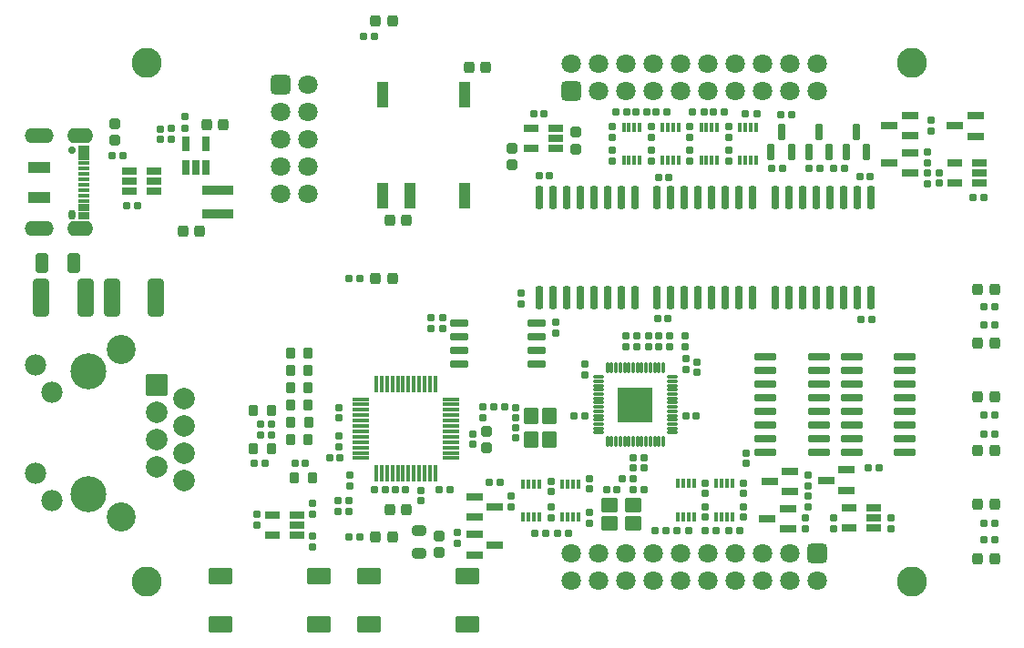
<source format=gbr>
%TF.GenerationSoftware,KiCad,Pcbnew,(5.99.0-11707-g9aa9857685)*%
%TF.CreationDate,2021-10-10T10:39:49+03:00*%
%TF.ProjectId,RubyLink_revA,52756279-4c69-46e6-9b5f-726576412e6b,rev?*%
%TF.SameCoordinates,Original*%
%TF.FileFunction,Soldermask,Top*%
%TF.FilePolarity,Negative*%
%FSLAX46Y46*%
G04 Gerber Fmt 4.6, Leading zero omitted, Abs format (unit mm)*
G04 Created by KiCad (PCBNEW (5.99.0-11707-g9aa9857685)) date 2021-10-10 10:39:49*
%MOMM*%
%LPD*%
G01*
G04 APERTURE LIST*
G04 Aperture macros list*
%AMRoundRect*
0 Rectangle with rounded corners*
0 $1 Rounding radius*
0 $2 $3 $4 $5 $6 $7 $8 $9 X,Y pos of 4 corners*
0 Add a 4 corners polygon primitive as box body*
4,1,4,$2,$3,$4,$5,$6,$7,$8,$9,$2,$3,0*
0 Add four circle primitives for the rounded corners*
1,1,$1+$1,$2,$3*
1,1,$1+$1,$4,$5*
1,1,$1+$1,$6,$7*
1,1,$1+$1,$8,$9*
0 Add four rect primitives between the rounded corners*
20,1,$1+$1,$2,$3,$4,$5,0*
20,1,$1+$1,$4,$5,$6,$7,0*
20,1,$1+$1,$6,$7,$8,$9,0*
20,1,$1+$1,$8,$9,$2,$3,0*%
G04 Aperture macros list end*
%ADD10RoundRect,0.190000X0.170000X-0.140000X0.170000X0.140000X-0.170000X0.140000X-0.170000X-0.140000X0*%
%ADD11RoundRect,0.190000X-0.170000X0.140000X-0.170000X-0.140000X0.170000X-0.140000X0.170000X0.140000X0*%
%ADD12RoundRect,0.200000X0.512500X0.150000X-0.512500X0.150000X-0.512500X-0.150000X0.512500X-0.150000X0*%
%ADD13RoundRect,0.050000X0.500000X-1.150000X0.500000X1.150000X-0.500000X1.150000X-0.500000X-1.150000X0*%
%ADD14RoundRect,0.200000X-0.587500X-0.150000X0.587500X-0.150000X0.587500X0.150000X-0.587500X0.150000X0*%
%ADD15RoundRect,0.190000X0.140000X0.170000X-0.140000X0.170000X-0.140000X-0.170000X0.140000X-0.170000X0*%
%ADD16C,2.800000*%
%ADD17RoundRect,0.050000X0.150000X0.400000X-0.150000X0.400000X-0.150000X-0.400000X0.150000X-0.400000X0*%
%ADD18RoundRect,0.200000X-0.650000X-0.150000X0.650000X-0.150000X0.650000X0.150000X-0.650000X0.150000X0*%
%ADD19RoundRect,0.185000X-0.135000X-0.185000X0.135000X-0.185000X0.135000X0.185000X-0.135000X0.185000X0*%
%ADD20RoundRect,0.185000X0.135000X0.185000X-0.135000X0.185000X-0.135000X-0.185000X0.135000X-0.185000X0*%
%ADD21RoundRect,0.250000X0.200000X0.275000X-0.200000X0.275000X-0.200000X-0.275000X0.200000X-0.275000X0*%
%ADD22RoundRect,0.200000X0.587500X0.150000X-0.587500X0.150000X-0.587500X-0.150000X0.587500X-0.150000X0*%
%ADD23RoundRect,0.190000X-0.140000X-0.170000X0.140000X-0.170000X0.140000X0.170000X-0.140000X0.170000X0*%
%ADD24RoundRect,0.268750X0.218750X0.256250X-0.218750X0.256250X-0.218750X-0.256250X0.218750X-0.256250X0*%
%ADD25RoundRect,0.185000X0.185000X-0.135000X0.185000X0.135000X-0.185000X0.135000X-0.185000X-0.135000X0*%
%ADD26RoundRect,0.300000X0.600000X-0.600000X0.600000X0.600000X-0.600000X0.600000X-0.600000X-0.600000X0*%
%ADD27C,1.800000*%
%ADD28RoundRect,0.050000X-1.000000X0.500000X-1.000000X-0.500000X1.000000X-0.500000X1.000000X0.500000X0*%
%ADD29O,0.700000X0.950000*%
%ADD30C,0.700000*%
%ADD31RoundRect,0.050000X-0.500000X0.260000X-0.500000X-0.260000X0.500000X-0.260000X0.500000X0.260000X0*%
%ADD32RoundRect,0.050000X-0.500000X0.135000X-0.500000X-0.135000X0.500000X-0.135000X0.500000X0.135000X0*%
%ADD33O,2.400000X1.400000*%
%ADD34O,2.700000X1.400000*%
%ADD35RoundRect,0.200000X0.150000X-0.587500X0.150000X0.587500X-0.150000X0.587500X-0.150000X-0.587500X0*%
%ADD36RoundRect,0.268750X-0.218750X-0.256250X0.218750X-0.256250X0.218750X0.256250X-0.218750X0.256250X0*%
%ADD37RoundRect,0.050000X-0.600000X0.700000X-0.600000X-0.700000X0.600000X-0.700000X0.600000X0.700000X0*%
%ADD38RoundRect,0.185000X-0.185000X0.135000X-0.185000X-0.135000X0.185000X-0.135000X0.185000X0.135000X0*%
%ADD39RoundRect,0.200000X0.150000X-0.512500X0.150000X0.512500X-0.150000X0.512500X-0.150000X-0.512500X0*%
%ADD40RoundRect,0.275000X0.250000X-0.225000X0.250000X0.225000X-0.250000X0.225000X-0.250000X-0.225000X0*%
%ADD41RoundRect,0.275000X0.225000X0.250000X-0.225000X0.250000X-0.225000X-0.250000X0.225000X-0.250000X0*%
%ADD42RoundRect,0.200000X0.825000X0.150000X-0.825000X0.150000X-0.825000X-0.150000X0.825000X-0.150000X0*%
%ADD43RoundRect,0.200000X0.150000X-0.875000X0.150000X0.875000X-0.150000X0.875000X-0.150000X-0.875000X0*%
%ADD44RoundRect,0.100000X-0.387500X-0.050000X0.387500X-0.050000X0.387500X0.050000X-0.387500X0.050000X0*%
%ADD45RoundRect,0.100000X-0.050000X-0.387500X0.050000X-0.387500X0.050000X0.387500X-0.050000X0.387500X0*%
%ADD46RoundRect,0.194000X-1.456000X-1.456000X1.456000X-1.456000X1.456000X1.456000X-1.456000X1.456000X0*%
%ADD47RoundRect,0.050000X-0.150000X-0.400000X0.150000X-0.400000X0.150000X0.400000X-0.150000X0.400000X0*%
%ADD48RoundRect,0.050000X1.050000X0.700000X-1.050000X0.700000X-1.050000X-0.700000X1.050000X-0.700000X0*%
%ADD49RoundRect,0.299999X0.450001X1.450001X-0.450001X1.450001X-0.450001X-1.450001X0.450001X-1.450001X0*%
%ADD50RoundRect,0.125000X-0.662500X-0.075000X0.662500X-0.075000X0.662500X0.075000X-0.662500X0.075000X0*%
%ADD51RoundRect,0.125000X-0.075000X-0.662500X0.075000X-0.662500X0.075000X0.662500X-0.075000X0.662500X0*%
%ADD52RoundRect,0.275000X-0.225000X-0.250000X0.225000X-0.250000X0.225000X0.250000X-0.225000X0.250000X0*%
%ADD53RoundRect,0.300000X-0.312500X-0.625000X0.312500X-0.625000X0.312500X0.625000X-0.312500X0.625000X0*%
%ADD54RoundRect,0.268750X0.381250X-0.218750X0.381250X0.218750X-0.381250X0.218750X-0.381250X-0.218750X0*%
%ADD55RoundRect,0.300000X-0.600000X0.600000X-0.600000X-0.600000X0.600000X-0.600000X0.600000X0.600000X0*%
%ADD56RoundRect,0.050000X0.700000X0.600000X-0.700000X0.600000X-0.700000X-0.600000X0.700000X-0.600000X0*%
%ADD57RoundRect,0.050000X-1.350000X0.400000X-1.350000X-0.400000X1.350000X-0.400000X1.350000X0.400000X0*%
%ADD58C,3.350000*%
%ADD59C,2.700000*%
%ADD60C,1.990000*%
%ADD61RoundRect,0.050000X-0.950000X0.950000X-0.950000X-0.950000X0.950000X-0.950000X0.950000X0.950000X0*%
%ADD62C,2.000000*%
%ADD63RoundRect,0.300000X-0.600000X-0.600000X0.600000X-0.600000X0.600000X0.600000X-0.600000X0.600000X0*%
%ADD64RoundRect,0.200000X-0.150000X0.875000X-0.150000X-0.875000X0.150000X-0.875000X0.150000X0.875000X0*%
%ADD65RoundRect,0.299999X-0.450001X-1.450001X0.450001X-1.450001X0.450001X1.450001X-0.450001X1.450001X0*%
%ADD66RoundRect,0.275000X-0.250000X0.225000X-0.250000X-0.225000X0.250000X-0.225000X0.250000X0.225000X0*%
G04 APERTURE END LIST*
D10*
X101300000Y-58880000D03*
X101300000Y-57920000D03*
D11*
X145233133Y-88500000D03*
X145233133Y-89460000D03*
D12*
X113997500Y-95720000D03*
X113997500Y-94770000D03*
X113997500Y-93820000D03*
X111722500Y-93820000D03*
X111722500Y-95720000D03*
D13*
X121980000Y-64100000D03*
X124520000Y-64100000D03*
X129600000Y-64100000D03*
X129600000Y-54700000D03*
X121980000Y-54700000D03*
D14*
X130462500Y-95650000D03*
X130462500Y-97550000D03*
X132337500Y-96600000D03*
D15*
X143713133Y-91480000D03*
X142753133Y-91480000D03*
D16*
X100000000Y-51740000D03*
D17*
X154470000Y-90897500D03*
X153970000Y-90897500D03*
X153470000Y-90897500D03*
X152970000Y-90897500D03*
X152970000Y-93997500D03*
X153470000Y-93997500D03*
X153970000Y-93997500D03*
X154470000Y-93997500D03*
D18*
X129100000Y-75995000D03*
X129100000Y-77265000D03*
X129100000Y-78535000D03*
X129100000Y-79805000D03*
X136300000Y-79805000D03*
X136300000Y-78535000D03*
X136300000Y-77265000D03*
X136300000Y-75995000D03*
D19*
X161590000Y-61600000D03*
X162610000Y-61600000D03*
D20*
X178870000Y-96170000D03*
X177850000Y-96170000D03*
D21*
X115050000Y-81970000D03*
X113400000Y-81970000D03*
D22*
X159597500Y-95150000D03*
X159597500Y-93250000D03*
X157722500Y-94200000D03*
D23*
X117020000Y-88500000D03*
X117980000Y-88500000D03*
D10*
X163860000Y-95080000D03*
X163860000Y-94120000D03*
D22*
X159837500Y-91650000D03*
X159837500Y-89750000D03*
X157962500Y-90700000D03*
D16*
X171120000Y-100000000D03*
D10*
X154100000Y-60880000D03*
X154100000Y-59920000D03*
D20*
X119860000Y-71870000D03*
X118840000Y-71870000D03*
D15*
X136980000Y-56500000D03*
X136020000Y-56500000D03*
D21*
X115025000Y-78770000D03*
X113375000Y-78770000D03*
D11*
X154100000Y-57720000D03*
X154100000Y-58680000D03*
D10*
X150500000Y-60880000D03*
X150500000Y-59920000D03*
D24*
X178847500Y-87870000D03*
X177272500Y-87870000D03*
D10*
X130300000Y-87280000D03*
X130300000Y-86320000D03*
X150033133Y-78160000D03*
X150033133Y-77200000D03*
D21*
X115050000Y-83570000D03*
X113400000Y-83570000D03*
D25*
X146633133Y-78190000D03*
X146633133Y-77170000D03*
D14*
X130462500Y-92150000D03*
X130462500Y-94050000D03*
X132337500Y-93100000D03*
D10*
X143300000Y-60880000D03*
X143300000Y-59920000D03*
D20*
X178870000Y-84570000D03*
X177850000Y-84570000D03*
D15*
X137480000Y-62300000D03*
X136520000Y-62300000D03*
D10*
X151920000Y-91827500D03*
X151920000Y-90867500D03*
D26*
X139500000Y-54400000D03*
D27*
X139500000Y-51860000D03*
X142040000Y-54400000D03*
X142040000Y-51860000D03*
X144580000Y-54400000D03*
X144580000Y-51860000D03*
X147120000Y-54400000D03*
X147120000Y-51860000D03*
X149660000Y-54400000D03*
X149660000Y-51860000D03*
X152200000Y-54400000D03*
X152200000Y-51860000D03*
X154740000Y-54400000D03*
X154740000Y-51860000D03*
X157280000Y-54400000D03*
X157280000Y-51860000D03*
X159820000Y-54400000D03*
X159820000Y-51860000D03*
X162360000Y-54400000D03*
X162360000Y-51860000D03*
D25*
X172600000Y-61110000D03*
X172600000Y-60090000D03*
D28*
X90010000Y-61470000D03*
D29*
X93110000Y-65870000D03*
D28*
X90010000Y-64270000D03*
D30*
X93110000Y-59870000D03*
D31*
X94210000Y-59770000D03*
X94210000Y-60520000D03*
D32*
X94210000Y-61120000D03*
X94210000Y-62620000D03*
X94210000Y-63620000D03*
X94210000Y-64620000D03*
D31*
X94210000Y-65220000D03*
X94210000Y-65970000D03*
X94210000Y-65970000D03*
X94210000Y-65220000D03*
D32*
X94210000Y-64120000D03*
X94210000Y-63120000D03*
X94210000Y-62120000D03*
X94210000Y-61620000D03*
D31*
X94210000Y-60520000D03*
X94210000Y-59770000D03*
D33*
X93835000Y-58550000D03*
X93835000Y-67190000D03*
D34*
X90010000Y-58550000D03*
X90010000Y-67190000D03*
D10*
X137580000Y-91680000D03*
X137580000Y-90720000D03*
X151133133Y-80560000D03*
X151133133Y-79600000D03*
D35*
X165050000Y-60037500D03*
X166950000Y-60037500D03*
X166000000Y-58162500D03*
D20*
X178870000Y-74470000D03*
X177850000Y-74470000D03*
D36*
X121272500Y-47870000D03*
X122847500Y-47870000D03*
D24*
X178847500Y-97870000D03*
X177272500Y-97870000D03*
D10*
X173700000Y-62980000D03*
X173700000Y-62020000D03*
D37*
X135750000Y-84600000D03*
X135750000Y-86800000D03*
X137450000Y-86800000D03*
X137450000Y-84600000D03*
D35*
X161550000Y-60037500D03*
X163450000Y-60037500D03*
X162500000Y-58162500D03*
D19*
X154140000Y-95250000D03*
X155160000Y-95250000D03*
D38*
X127500000Y-75440000D03*
X127500000Y-76460000D03*
D35*
X158050000Y-60037500D03*
X159950000Y-60037500D03*
X159000000Y-58162500D03*
D39*
X103650000Y-61537500D03*
X104600000Y-61537500D03*
X105550000Y-61537500D03*
X105550000Y-59262500D03*
X103650000Y-59262500D03*
D36*
X121272500Y-71870000D03*
X122847500Y-71870000D03*
D40*
X131600000Y-87575000D03*
X131600000Y-86025000D03*
D19*
X138190000Y-95500000D03*
X139210000Y-95500000D03*
D20*
X178870000Y-94570000D03*
X177850000Y-94570000D03*
D41*
X107175000Y-57500000D03*
X105625000Y-57500000D03*
D10*
X117900000Y-87480000D03*
X117900000Y-86520000D03*
D20*
X150360000Y-95250000D03*
X149340000Y-95250000D03*
D42*
X162475000Y-88045000D03*
X162475000Y-86775000D03*
X162475000Y-85505000D03*
X162475000Y-84235000D03*
X162475000Y-82965000D03*
X162475000Y-81695000D03*
X162475000Y-80425000D03*
X162475000Y-79155000D03*
X157525000Y-79155000D03*
X157525000Y-80425000D03*
X157525000Y-81695000D03*
X157525000Y-82965000D03*
X157525000Y-84235000D03*
X157525000Y-85505000D03*
X157525000Y-86775000D03*
X157525000Y-88045000D03*
D25*
X147633133Y-78190000D03*
X147633133Y-77170000D03*
D10*
X146233133Y-89460000D03*
X146233133Y-88500000D03*
D20*
X178870000Y-86270000D03*
X177850000Y-86270000D03*
D23*
X123120000Y-91500000D03*
X124080000Y-91500000D03*
D11*
X138000000Y-75920000D03*
X138000000Y-76880000D03*
D10*
X155520000Y-94027500D03*
X155520000Y-93067500D03*
D21*
X111585000Y-87670000D03*
X109935000Y-87670000D03*
D11*
X146900000Y-57720000D03*
X146900000Y-58680000D03*
D21*
X115050000Y-86800000D03*
X113400000Y-86800000D03*
D19*
X145490000Y-56300000D03*
X146510000Y-56300000D03*
D41*
X124175000Y-93300000D03*
X122625000Y-93300000D03*
D11*
X155730000Y-88080000D03*
X155730000Y-89040000D03*
D20*
X144610000Y-56300000D03*
X143590000Y-56300000D03*
D43*
X136530000Y-73580000D03*
X137800000Y-73580000D03*
X139070000Y-73580000D03*
X140340000Y-73580000D03*
X141610000Y-73580000D03*
X142880000Y-73580000D03*
X144150000Y-73580000D03*
X145420000Y-73580000D03*
X145420000Y-64280000D03*
X144150000Y-64280000D03*
X142880000Y-64280000D03*
X141610000Y-64280000D03*
X140340000Y-64280000D03*
X139070000Y-64280000D03*
X137800000Y-64280000D03*
X136530000Y-64280000D03*
D19*
X96790000Y-60400000D03*
X97810000Y-60400000D03*
D20*
X145243133Y-90480000D03*
X144223133Y-90480000D03*
D24*
X178847500Y-72870000D03*
X177272500Y-72870000D03*
D38*
X172900000Y-57130000D03*
X172900000Y-58150000D03*
D17*
X150870000Y-90897500D03*
X150370000Y-90897500D03*
X149870000Y-90897500D03*
X149370000Y-90897500D03*
X149370000Y-93997500D03*
X149870000Y-93997500D03*
X150370000Y-93997500D03*
X150870000Y-93997500D03*
D10*
X141200000Y-91380000D03*
X141200000Y-90420000D03*
D12*
X100697500Y-63720000D03*
X100697500Y-62770000D03*
X100697500Y-61820000D03*
X98422500Y-61820000D03*
X98422500Y-62770000D03*
X98422500Y-63720000D03*
D22*
X170937500Y-58550000D03*
X170937500Y-56650000D03*
X169062500Y-57600000D03*
D16*
X100000000Y-100000000D03*
D10*
X125500000Y-92480000D03*
X125500000Y-91520000D03*
D23*
X121220000Y-91500000D03*
X122180000Y-91500000D03*
D12*
X177437500Y-62950000D03*
X177437500Y-62000000D03*
X177437500Y-61050000D03*
X175162500Y-61050000D03*
X175162500Y-62950000D03*
D38*
X128860000Y-95460000D03*
X128860000Y-96480000D03*
D40*
X127160000Y-97345000D03*
X127160000Y-95795000D03*
D16*
X171120000Y-51740000D03*
D12*
X167597500Y-95050000D03*
X167597500Y-94100000D03*
X167597500Y-93150000D03*
X165322500Y-93150000D03*
X165322500Y-95050000D03*
D23*
X110045000Y-89000000D03*
X111005000Y-89000000D03*
D17*
X140130000Y-90947500D03*
X139630000Y-90947500D03*
X139130000Y-90947500D03*
X138630000Y-90947500D03*
X138630000Y-94047500D03*
X139130000Y-94047500D03*
X139630000Y-94047500D03*
X140130000Y-94047500D03*
D15*
X148580000Y-62400000D03*
X147620000Y-62400000D03*
D20*
X148410000Y-56300000D03*
X147390000Y-56300000D03*
D38*
X169160000Y-94090000D03*
X169160000Y-95110000D03*
D21*
X115425000Y-90400000D03*
X113775000Y-90400000D03*
D11*
X148633133Y-77200000D03*
X148633133Y-78160000D03*
D25*
X115460000Y-96780000D03*
X115460000Y-95760000D03*
D44*
X141995633Y-80980000D03*
X141995633Y-81380000D03*
X141995633Y-81780000D03*
X141995633Y-82180000D03*
X141995633Y-82580000D03*
X141995633Y-82980000D03*
X141995633Y-83380000D03*
X141995633Y-83780000D03*
X141995633Y-84180000D03*
X141995633Y-84580000D03*
X141995633Y-84980000D03*
X141995633Y-85380000D03*
X141995633Y-85780000D03*
X141995633Y-86180000D03*
D45*
X142833133Y-87017500D03*
X143233133Y-87017500D03*
X143633133Y-87017500D03*
X144033133Y-87017500D03*
X144433133Y-87017500D03*
X144833133Y-87017500D03*
X145233133Y-87017500D03*
X145633133Y-87017500D03*
X146033133Y-87017500D03*
X146433133Y-87017500D03*
X146833133Y-87017500D03*
X147233133Y-87017500D03*
X147633133Y-87017500D03*
X148033133Y-87017500D03*
D44*
X148870633Y-86180000D03*
X148870633Y-85780000D03*
X148870633Y-85380000D03*
X148870633Y-84980000D03*
X148870633Y-84580000D03*
X148870633Y-84180000D03*
X148870633Y-83780000D03*
X148870633Y-83380000D03*
X148870633Y-82980000D03*
X148870633Y-82580000D03*
X148870633Y-82180000D03*
X148870633Y-81780000D03*
X148870633Y-81380000D03*
X148870633Y-80980000D03*
D45*
X148033133Y-80142500D03*
X147633133Y-80142500D03*
X147233133Y-80142500D03*
X146833133Y-80142500D03*
X146433133Y-80142500D03*
X146033133Y-80142500D03*
X145633133Y-80142500D03*
X145233133Y-80142500D03*
X144833133Y-80142500D03*
X144433133Y-80142500D03*
X144033133Y-80142500D03*
X143633133Y-80142500D03*
X143233133Y-80142500D03*
X142833133Y-80142500D03*
D46*
X145433133Y-83580000D03*
D23*
X127220000Y-91500000D03*
X128180000Y-91500000D03*
D20*
X164910000Y-61600000D03*
X163890000Y-61600000D03*
D22*
X165037500Y-91550000D03*
X165037500Y-89650000D03*
X163162500Y-90600000D03*
D20*
X119870000Y-95870000D03*
X118850000Y-95870000D03*
D47*
X147950000Y-60850000D03*
X148450000Y-60850000D03*
X148950000Y-60850000D03*
X149450000Y-60850000D03*
X149450000Y-57750000D03*
X148950000Y-57750000D03*
X148450000Y-57750000D03*
X147950000Y-57750000D03*
X151550000Y-60850000D03*
X152050000Y-60850000D03*
X152550000Y-60850000D03*
X153050000Y-60850000D03*
X153050000Y-57750000D03*
X152550000Y-57750000D03*
X152050000Y-57750000D03*
X151550000Y-57750000D03*
D21*
X111585000Y-84070000D03*
X109935000Y-84070000D03*
D15*
X148455000Y-75580000D03*
X147495000Y-75580000D03*
D17*
X136530000Y-90947500D03*
X136030000Y-90947500D03*
X135530000Y-90947500D03*
X135030000Y-90947500D03*
X135030000Y-94047500D03*
X135530000Y-94047500D03*
X136030000Y-94047500D03*
X136530000Y-94047500D03*
D23*
X150153133Y-84580000D03*
X151113133Y-84580000D03*
D10*
X141200000Y-94580000D03*
X141200000Y-93620000D03*
D11*
X150500000Y-57720000D03*
X150500000Y-58680000D03*
D10*
X155520000Y-91827500D03*
X155520000Y-90867500D03*
D48*
X116010000Y-104020000D03*
X106910000Y-104020000D03*
X116010000Y-99520000D03*
X106910000Y-99520000D03*
D25*
X131300000Y-84810000D03*
X131300000Y-83790000D03*
D20*
X137120000Y-95500000D03*
X136100000Y-95500000D03*
D10*
X145533133Y-78160000D03*
X145533133Y-77200000D03*
D47*
X144350000Y-60850000D03*
X144850000Y-60850000D03*
X145350000Y-60850000D03*
X145850000Y-60850000D03*
X145850000Y-57750000D03*
X145350000Y-57750000D03*
X144850000Y-57750000D03*
X144350000Y-57750000D03*
D11*
X144533133Y-77200000D03*
X144533133Y-78160000D03*
D49*
X94312500Y-73650000D03*
X90212500Y-73650000D03*
D50*
X119937500Y-83050000D03*
X119937500Y-83550000D03*
X119937500Y-84050000D03*
X119937500Y-84550000D03*
X119937500Y-85050000D03*
X119937500Y-85550000D03*
X119937500Y-86050000D03*
X119937500Y-86550000D03*
X119937500Y-87050000D03*
X119937500Y-87550000D03*
X119937500Y-88050000D03*
X119937500Y-88550000D03*
D51*
X121350000Y-89962500D03*
X121850000Y-89962500D03*
X122350000Y-89962500D03*
X122850000Y-89962500D03*
X123350000Y-89962500D03*
X123850000Y-89962500D03*
X124350000Y-89962500D03*
X124850000Y-89962500D03*
X125350000Y-89962500D03*
X125850000Y-89962500D03*
X126350000Y-89962500D03*
X126850000Y-89962500D03*
D50*
X128262500Y-88550000D03*
X128262500Y-88050000D03*
X128262500Y-87550000D03*
X128262500Y-87050000D03*
X128262500Y-86550000D03*
X128262500Y-86050000D03*
X128262500Y-85550000D03*
X128262500Y-85050000D03*
X128262500Y-84550000D03*
X128262500Y-84050000D03*
X128262500Y-83550000D03*
X128262500Y-83050000D03*
D51*
X126850000Y-81637500D03*
X126350000Y-81637500D03*
X125850000Y-81637500D03*
X125350000Y-81637500D03*
X124850000Y-81637500D03*
X124350000Y-81637500D03*
X123850000Y-81637500D03*
X123350000Y-81637500D03*
X122850000Y-81637500D03*
X122350000Y-81637500D03*
X121850000Y-81637500D03*
X121350000Y-81637500D03*
D38*
X118900000Y-90090000D03*
X118900000Y-91110000D03*
D36*
X121272500Y-95870000D03*
X122847500Y-95870000D03*
D40*
X139900000Y-59775000D03*
X139900000Y-58225000D03*
D25*
X103600000Y-57820000D03*
X103600000Y-56800000D03*
D20*
X121170000Y-49270000D03*
X120150000Y-49270000D03*
X177870000Y-64270000D03*
X176850000Y-64270000D03*
X160010000Y-56600000D03*
X158990000Y-56600000D03*
D52*
X129985000Y-52170000D03*
X131535000Y-52170000D03*
D53*
X90300000Y-70400000D03*
X93225000Y-70400000D03*
D20*
X178870000Y-76170000D03*
X177850000Y-76170000D03*
D41*
X124175000Y-66400000D03*
X122625000Y-66400000D03*
D38*
X115460000Y-92760000D03*
X115460000Y-93780000D03*
D23*
X166420000Y-75630000D03*
X167380000Y-75630000D03*
D20*
X118810000Y-92470000D03*
X117790000Y-92470000D03*
D41*
X104935000Y-67400000D03*
X103385000Y-67400000D03*
D11*
X134300000Y-83820000D03*
X134300000Y-84780000D03*
D54*
X125360000Y-97432500D03*
X125360000Y-95307500D03*
D24*
X178847500Y-77870000D03*
X177272500Y-77870000D03*
D38*
X126450000Y-75440000D03*
X126450000Y-76460000D03*
D15*
X114780000Y-89000000D03*
X113820000Y-89000000D03*
D43*
X147455000Y-73580000D03*
X148725000Y-73580000D03*
X149995000Y-73580000D03*
X151265000Y-73580000D03*
X152535000Y-73580000D03*
X153805000Y-73580000D03*
X155075000Y-73580000D03*
X156345000Y-73580000D03*
X156345000Y-64280000D03*
X155075000Y-64280000D03*
X153805000Y-64280000D03*
X152535000Y-64280000D03*
X151265000Y-64280000D03*
X149995000Y-64280000D03*
X148725000Y-64280000D03*
X147455000Y-64280000D03*
D25*
X172600000Y-63010000D03*
X172600000Y-61990000D03*
D38*
X161500000Y-90090000D03*
X161500000Y-91110000D03*
D21*
X115085000Y-85170000D03*
X113435000Y-85170000D03*
D20*
X151800000Y-56300000D03*
X150780000Y-56300000D03*
X133310000Y-83800000D03*
X132290000Y-83800000D03*
D23*
X166320000Y-62330000D03*
X167280000Y-62330000D03*
D55*
X162360000Y-97390000D03*
D27*
X162360000Y-99930000D03*
X159820000Y-97390000D03*
X159820000Y-99930000D03*
X157280000Y-97390000D03*
X157280000Y-99930000D03*
X154740000Y-97390000D03*
X154740000Y-99930000D03*
X152200000Y-97390000D03*
X152200000Y-99930000D03*
X149660000Y-97390000D03*
X149660000Y-99930000D03*
X147120000Y-97390000D03*
X147120000Y-99930000D03*
X144580000Y-97390000D03*
X144580000Y-99930000D03*
X142040000Y-97390000D03*
X142040000Y-99930000D03*
X139500000Y-97390000D03*
X139500000Y-99930000D03*
D15*
X140713133Y-84580000D03*
X139753133Y-84580000D03*
D25*
X161260000Y-95110000D03*
X161260000Y-94090000D03*
D56*
X145233133Y-92930000D03*
X143033133Y-92930000D03*
X143033133Y-94630000D03*
X145233133Y-94630000D03*
D23*
X167120000Y-89400000D03*
X168080000Y-89400000D03*
D19*
X131890000Y-90800000D03*
X132910000Y-90800000D03*
D57*
X106610000Y-63600000D03*
X106610000Y-65800000D03*
D11*
X134300000Y-85720000D03*
X134300000Y-86680000D03*
D20*
X153710000Y-56300000D03*
X152690000Y-56300000D03*
D42*
X170475000Y-88045000D03*
X170475000Y-86775000D03*
X170475000Y-85505000D03*
X170475000Y-84235000D03*
X170475000Y-82965000D03*
X170475000Y-81695000D03*
X170475000Y-80425000D03*
X170475000Y-79155000D03*
X165525000Y-79155000D03*
X165525000Y-80425000D03*
X165525000Y-81695000D03*
X165525000Y-82965000D03*
X165525000Y-84235000D03*
X165525000Y-85505000D03*
X165525000Y-86775000D03*
X165525000Y-88045000D03*
D58*
X94630000Y-91915000D03*
X94630000Y-80485000D03*
D59*
X97680000Y-93975000D03*
X97680000Y-78425000D03*
D60*
X91250000Y-92525000D03*
X89730000Y-89985000D03*
X91250000Y-82415000D03*
X89730000Y-79875000D03*
D61*
X100970000Y-81755000D03*
D62*
X103510000Y-83025000D03*
X100970000Y-84295000D03*
X103510000Y-85565000D03*
X100970000Y-86835000D03*
X103510000Y-88105000D03*
X100970000Y-89375000D03*
X103510000Y-90645000D03*
D10*
X151920000Y-94027500D03*
X151920000Y-93067500D03*
D63*
X112447500Y-53820000D03*
D27*
X114987500Y-53820000D03*
X112447500Y-56360000D03*
X114987500Y-56360000D03*
X112447500Y-58900000D03*
X114987500Y-58900000D03*
X112447500Y-61440000D03*
X114987500Y-61440000D03*
X112447500Y-63980000D03*
X114987500Y-63980000D03*
D11*
X110260000Y-93790000D03*
X110260000Y-94750000D03*
D64*
X167345000Y-64280000D03*
X166075000Y-64280000D03*
X164805000Y-64280000D03*
X163535000Y-64280000D03*
X162265000Y-64280000D03*
X160995000Y-64280000D03*
X159725000Y-64280000D03*
X158455000Y-64280000D03*
X158455000Y-73580000D03*
X159725000Y-73580000D03*
X160995000Y-73580000D03*
X162265000Y-73580000D03*
X163535000Y-73580000D03*
X164805000Y-73580000D03*
X166075000Y-73580000D03*
X167345000Y-73580000D03*
D20*
X152960000Y-95250000D03*
X151940000Y-95250000D03*
D40*
X97100000Y-58975000D03*
X97100000Y-57425000D03*
D10*
X137580000Y-94077500D03*
X137580000Y-93117500D03*
D21*
X115025000Y-80370000D03*
X113375000Y-80370000D03*
D23*
X145253133Y-91480000D03*
X146213133Y-91480000D03*
D24*
X178847500Y-82870000D03*
X177272500Y-82870000D03*
D65*
X96800000Y-73650000D03*
X100900000Y-73650000D03*
D11*
X150133133Y-79300000D03*
X150133133Y-80260000D03*
D24*
X178847500Y-92870000D03*
X177272500Y-92870000D03*
D19*
X158090000Y-61600000D03*
X159110000Y-61600000D03*
D22*
X170937500Y-62050000D03*
X170937500Y-60150000D03*
X169062500Y-61100000D03*
D19*
X117790000Y-93500000D03*
X118810000Y-93500000D03*
D66*
X134000000Y-59725000D03*
X134000000Y-61275000D03*
D25*
X102300000Y-58910000D03*
X102300000Y-57890000D03*
D23*
X110645000Y-86400000D03*
X111605000Y-86400000D03*
X110645000Y-85400000D03*
X111605000Y-85400000D03*
D11*
X143300000Y-57720000D03*
X143300000Y-58680000D03*
D38*
X133900000Y-92090000D03*
X133900000Y-93110000D03*
D11*
X134800000Y-73200000D03*
X134800000Y-74160000D03*
D25*
X161500000Y-93110000D03*
X161500000Y-92090000D03*
D11*
X117900000Y-83820000D03*
X117900000Y-84780000D03*
D10*
X146900000Y-60880000D03*
X146900000Y-59920000D03*
D20*
X156710000Y-56500000D03*
X155690000Y-56500000D03*
D19*
X98150000Y-65070000D03*
X99170000Y-65070000D03*
D12*
X138037500Y-59750000D03*
X138037500Y-58800000D03*
X138037500Y-57850000D03*
X135762500Y-57850000D03*
X135762500Y-59750000D03*
D22*
X177037500Y-58590000D03*
X177037500Y-56690000D03*
X175162500Y-57640000D03*
D48*
X129822500Y-104020000D03*
X120722500Y-104020000D03*
X129822500Y-99520000D03*
X120722500Y-99520000D03*
D19*
X147250000Y-95270000D03*
X148270000Y-95270000D03*
D47*
X155150000Y-60850000D03*
X155650000Y-60850000D03*
X156150000Y-60850000D03*
X156650000Y-60850000D03*
X156650000Y-57750000D03*
X156150000Y-57750000D03*
X155650000Y-57750000D03*
X155150000Y-57750000D03*
D10*
X140733133Y-80780000D03*
X140733133Y-79820000D03*
M02*

</source>
